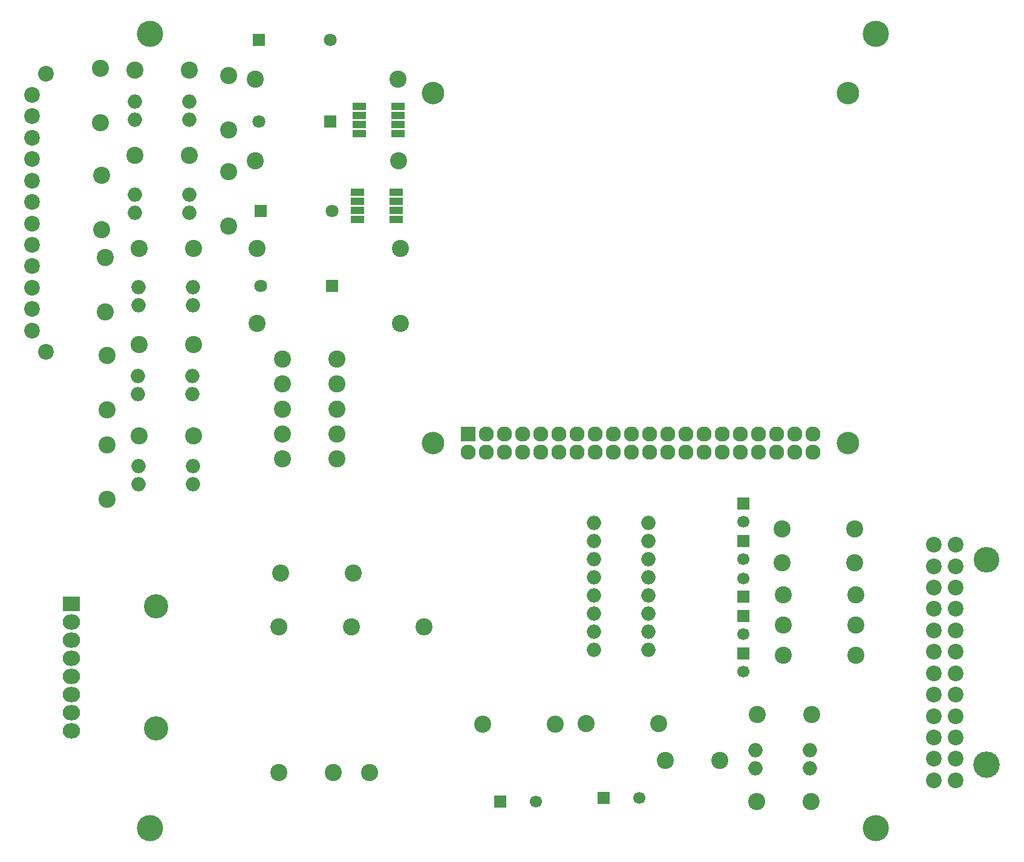
<source format=gbr>
G04 #@! TF.GenerationSoftware,KiCad,Pcbnew,5.1.0-060a0da~80~ubuntu16.04.1*
G04 #@! TF.CreationDate,2019-04-08T13:56:48+05:30*
G04 #@! TF.ProjectId,vcu-pi,7663752d-7069-42e6-9b69-6361645f7063,rev?*
G04 #@! TF.SameCoordinates,Original*
G04 #@! TF.FileFunction,Soldermask,Top*
G04 #@! TF.FilePolarity,Negative*
%FSLAX46Y46*%
G04 Gerber Fmt 4.6, Leading zero omitted, Abs format (unit mm)*
G04 Created by KiCad (PCBNEW 5.1.0-060a0da~80~ubuntu16.04.1) date 2019-04-08 13:56:48*
%MOMM*%
%LPD*%
G04 APERTURE LIST*
%ADD10C,3.400000*%
%ADD11C,2.400000*%
%ADD12C,3.150000*%
%ADD13C,2.200000*%
%ADD14C,3.600000*%
%ADD15C,3.700000*%
%ADD16C,3.676600*%
%ADD17R,1.700000X1.700000*%
%ADD18C,1.700000*%
%ADD19R,1.800000X1.800000*%
%ADD20C,1.800000*%
%ADD21R,2.432000X2.127200*%
%ADD22O,2.432000X2.127200*%
%ADD23R,2.127200X2.127200*%
%ADD24O,2.127200X2.127200*%
%ADD25C,2.398980*%
%ADD26R,1.950000X1.000000*%
%ADD27O,2.000000X2.000000*%
G04 APERTURE END LIST*
D10*
X84360000Y-131210000D03*
X84360000Y-114165000D03*
D11*
X114200000Y-137400000D03*
X109120000Y-137400000D03*
X101500000Y-137400000D03*
X121820000Y-117000000D03*
X111660000Y-117000000D03*
X101500000Y-117000000D03*
D12*
X181150000Y-42250000D03*
X123150000Y-42250000D03*
X123150000Y-91270000D03*
X181150000Y-91250000D03*
D13*
X68960000Y-39500000D03*
X68960000Y-78500000D03*
X67000000Y-42500000D03*
X67000000Y-45500000D03*
X67000000Y-48500000D03*
X67000000Y-51500000D03*
X67000000Y-54500000D03*
X67000000Y-57500000D03*
X67000000Y-60500000D03*
X67000000Y-63500000D03*
X67000000Y-66500000D03*
X67000000Y-69500000D03*
X67000000Y-72500000D03*
X67000000Y-75500000D03*
D14*
X200570000Y-107650000D03*
D15*
X200570000Y-136350000D03*
D13*
X193250000Y-105500000D03*
X193250000Y-108500000D03*
X193250000Y-111500000D03*
X193250000Y-114500000D03*
X193250000Y-117500000D03*
X193250000Y-120500000D03*
X193250000Y-123500000D03*
X193250000Y-126500000D03*
X193250000Y-129500000D03*
X193250000Y-132500000D03*
X193250000Y-135500000D03*
X193250000Y-138500000D03*
X196250000Y-105500000D03*
X196250000Y-108500000D03*
X196250000Y-111500000D03*
X196250000Y-114500000D03*
X196250000Y-117500000D03*
X196250000Y-120500000D03*
X196250000Y-123500000D03*
X196250000Y-126500000D03*
X196250000Y-129500000D03*
X196250000Y-132500000D03*
X196250000Y-135500000D03*
X196250000Y-138500000D03*
D16*
X185125000Y-33920000D03*
X83515000Y-145230000D03*
X83515000Y-33920000D03*
X185125000Y-145230000D03*
D17*
X132500000Y-141500000D03*
D18*
X137500000Y-141500000D03*
D17*
X147000000Y-141000000D03*
D18*
X152000000Y-141000000D03*
D19*
X98700000Y-34800000D03*
D20*
X108700000Y-34800000D03*
D19*
X108750000Y-46250000D03*
D20*
X98750000Y-46250000D03*
D19*
X99000000Y-58750000D03*
D20*
X109000000Y-58750000D03*
D19*
X109000000Y-69250000D03*
D20*
X99000000Y-69250000D03*
D17*
X166500000Y-105000000D03*
D18*
X166500000Y-107500000D03*
D17*
X166500000Y-120750000D03*
D18*
X166500000Y-123250000D03*
D17*
X166500000Y-112750000D03*
D18*
X166500000Y-110250000D03*
D17*
X166500000Y-115500000D03*
D18*
X166500000Y-118000000D03*
D17*
X166500000Y-99750000D03*
D18*
X166500000Y-102250000D03*
D21*
X72475000Y-113825000D03*
D22*
X72475000Y-116365000D03*
X72475000Y-118905000D03*
X72475000Y-121445000D03*
X72475000Y-123985000D03*
X72475000Y-126525000D03*
X72475000Y-129065000D03*
X72475000Y-131605000D03*
D23*
X128000000Y-90000000D03*
D24*
X128000000Y-92540000D03*
X130540000Y-90000000D03*
X130540000Y-92540000D03*
X133080000Y-90000000D03*
X133080000Y-92540000D03*
X135620000Y-90000000D03*
X135620000Y-92540000D03*
X138160000Y-90000000D03*
X138160000Y-92540000D03*
X140700000Y-90000000D03*
X140700000Y-92540000D03*
X143240000Y-90000000D03*
X143240000Y-92540000D03*
X145780000Y-90000000D03*
X145780000Y-92540000D03*
X148320000Y-90000000D03*
X148320000Y-92540000D03*
X150860000Y-90000000D03*
X150860000Y-92540000D03*
X153400000Y-90000000D03*
X153400000Y-92540000D03*
X155940000Y-90000000D03*
X155940000Y-92540000D03*
X158480000Y-90000000D03*
X158480000Y-92540000D03*
X161020000Y-90000000D03*
X161020000Y-92540000D03*
X163560000Y-90000000D03*
X163560000Y-92540000D03*
X166100000Y-90000000D03*
X166100000Y-92540000D03*
X168640000Y-90000000D03*
X168640000Y-92540000D03*
X171180000Y-90000000D03*
X171180000Y-92540000D03*
X173720000Y-90000000D03*
X173720000Y-92540000D03*
X176260000Y-90000000D03*
X176260000Y-92540000D03*
D25*
X98200000Y-40300000D03*
X118200000Y-40300000D03*
X98250000Y-51750000D03*
X118250000Y-51750000D03*
X98500000Y-64000000D03*
X118500000Y-64000000D03*
X98500000Y-74500000D03*
X118500000Y-74500000D03*
X94500000Y-39750000D03*
X94500000Y-47370000D03*
X94500000Y-53250000D03*
X94500000Y-60870000D03*
X140230000Y-130620000D03*
X130070000Y-130620000D03*
X154700000Y-130530000D03*
X144540000Y-130530000D03*
X101800000Y-109500000D03*
X111960000Y-109500000D03*
X172000000Y-108000000D03*
X182160000Y-108000000D03*
X182250000Y-121000000D03*
X172090000Y-121000000D03*
X182250000Y-112500000D03*
X172090000Y-112500000D03*
X182250000Y-116750000D03*
X172090000Y-116750000D03*
X102000000Y-86500000D03*
X109620000Y-86500000D03*
X102000000Y-90000000D03*
X109620000Y-90000000D03*
X102000000Y-93500000D03*
X109620000Y-93500000D03*
X163250000Y-135750000D03*
X155630000Y-135750000D03*
X172000000Y-103250000D03*
X182160000Y-103250000D03*
X82000000Y-64000000D03*
X89620000Y-64000000D03*
X81990000Y-77490000D03*
X89610000Y-77490000D03*
X81990000Y-90240000D03*
X89610000Y-90240000D03*
X176000000Y-141500000D03*
X168380000Y-141500000D03*
X102000000Y-79500000D03*
X109620000Y-79500000D03*
X102000000Y-83000000D03*
X109620000Y-83000000D03*
X89000000Y-39000000D03*
X81380000Y-39000000D03*
X89000000Y-51000000D03*
X81380000Y-51000000D03*
X77500000Y-79000000D03*
X77500000Y-86620000D03*
X77250000Y-65250000D03*
X77250000Y-72870000D03*
X77500000Y-91500000D03*
X77500000Y-99120000D03*
X76750000Y-53750000D03*
X76750000Y-61370000D03*
X168500000Y-129250000D03*
X176120000Y-129250000D03*
X76500000Y-38750000D03*
X76500000Y-46370000D03*
D26*
X112800000Y-44095000D03*
X112800000Y-45365000D03*
X112800000Y-46635000D03*
X112800000Y-47905000D03*
X118200000Y-47905000D03*
X118200000Y-46635000D03*
X118200000Y-45365000D03*
X118200000Y-44095000D03*
X112550000Y-56095000D03*
X112550000Y-57365000D03*
X112550000Y-58635000D03*
X112550000Y-59905000D03*
X117950000Y-59905000D03*
X117950000Y-58635000D03*
X117950000Y-57365000D03*
X117950000Y-56095000D03*
D27*
X89500000Y-72000000D03*
X89500000Y-69460000D03*
X81880000Y-69460000D03*
X81880000Y-72000000D03*
X89410000Y-84450000D03*
X89410000Y-81910000D03*
X81790000Y-81910000D03*
X81790000Y-84450000D03*
X89500000Y-97000000D03*
X89500000Y-94460000D03*
X81880000Y-94460000D03*
X81880000Y-97000000D03*
X168250000Y-134250000D03*
X168250000Y-136790000D03*
X175870000Y-136790000D03*
X175870000Y-134250000D03*
X153250000Y-120250000D03*
X153250000Y-117710000D03*
X153250000Y-115170000D03*
X153250000Y-112630000D03*
X153250000Y-110090000D03*
X153250000Y-107550000D03*
X153250000Y-105010000D03*
X153250000Y-102470000D03*
X145630000Y-102470000D03*
X145630000Y-105010000D03*
X145630000Y-107550000D03*
X145630000Y-110090000D03*
X145630000Y-112630000D03*
X145630000Y-115170000D03*
X145630000Y-117710000D03*
X145630000Y-120250000D03*
X89000000Y-46000000D03*
X89000000Y-43460000D03*
X81380000Y-43460000D03*
X81380000Y-46000000D03*
X89000000Y-59000000D03*
X89000000Y-56460000D03*
X81380000Y-56460000D03*
X81380000Y-59000000D03*
M02*

</source>
